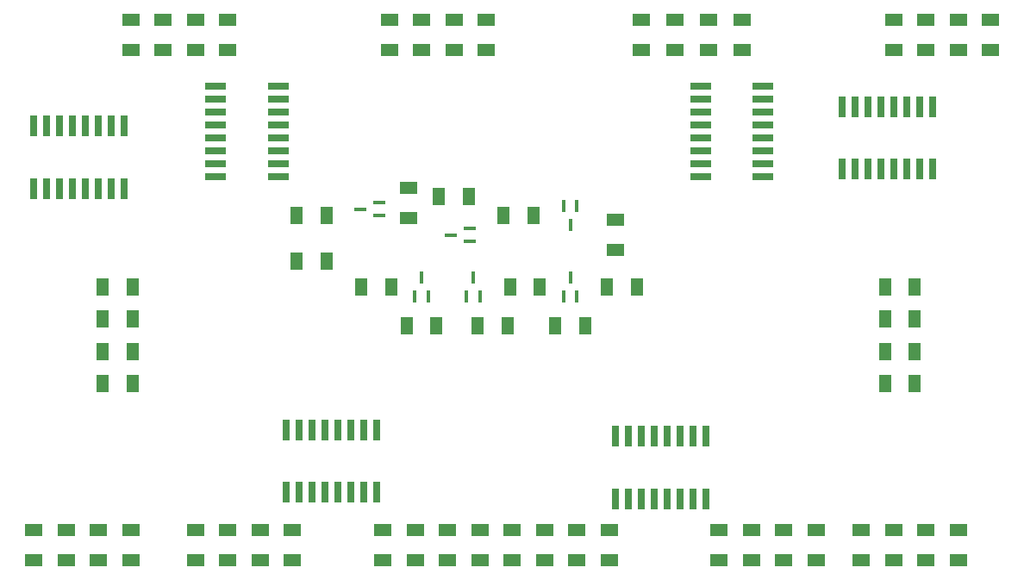
<source format=gbr>
G04 EAGLE Gerber RS-274X export*
G75*
%MOMM*%
%FSLAX34Y34*%
%LPD*%
%INSolderpaste Top*%
%IPPOS*%
%AMOC8*
5,1,8,0,0,1.08239X$1,22.5*%
G01*
%ADD10R,0.660400X2.032000*%
%ADD11R,2.032000X0.660400*%
%ADD12R,1.164600X1.815300*%
%ADD13R,1.815300X1.164600*%
%ADD14R,0.457200X1.168400*%
%ADD15R,1.168400X0.457200*%


D10*
X609600Y153416D03*
X609600Y214884D03*
X622300Y153416D03*
X635000Y153416D03*
X622300Y214884D03*
X635000Y214884D03*
X647700Y153416D03*
X647700Y214884D03*
X660400Y153416D03*
X660400Y214884D03*
X673100Y153416D03*
X685800Y153416D03*
X673100Y214884D03*
X685800Y214884D03*
X698500Y153416D03*
X698500Y214884D03*
X285750Y159766D03*
X285750Y221234D03*
X298450Y159766D03*
X311150Y159766D03*
X298450Y221234D03*
X311150Y221234D03*
X323850Y159766D03*
X323850Y221234D03*
X336550Y159766D03*
X336550Y221234D03*
X349250Y159766D03*
X361950Y159766D03*
X349250Y221234D03*
X361950Y221234D03*
X374650Y159766D03*
X374650Y221234D03*
X920750Y538734D03*
X920750Y477266D03*
X908050Y538734D03*
X895350Y538734D03*
X908050Y477266D03*
X895350Y477266D03*
X882650Y538734D03*
X882650Y477266D03*
X869950Y538734D03*
X869950Y477266D03*
X857250Y538734D03*
X844550Y538734D03*
X857250Y477266D03*
X844550Y477266D03*
X831850Y538734D03*
X831850Y477266D03*
D11*
X693166Y558800D03*
X754634Y558800D03*
X693166Y546100D03*
X693166Y533400D03*
X754634Y546100D03*
X754634Y533400D03*
X693166Y520700D03*
X754634Y520700D03*
X693166Y508000D03*
X754634Y508000D03*
X693166Y495300D03*
X693166Y482600D03*
X754634Y495300D03*
X754634Y482600D03*
X693166Y469900D03*
X754634Y469900D03*
X278384Y469900D03*
X216916Y469900D03*
X278384Y482600D03*
X278384Y495300D03*
X216916Y482600D03*
X216916Y495300D03*
X278384Y508000D03*
X216916Y508000D03*
X278384Y520700D03*
X216916Y520700D03*
X278384Y533400D03*
X278384Y546100D03*
X216916Y533400D03*
X216916Y546100D03*
X278384Y558800D03*
X216916Y558800D03*
D12*
X903754Y361950D03*
X874246Y361950D03*
X903754Y330200D03*
X874246Y330200D03*
X903754Y298450D03*
X874246Y298450D03*
X903754Y266700D03*
X874246Y266700D03*
D13*
X946150Y93196D03*
X946150Y122704D03*
X914400Y93196D03*
X914400Y122704D03*
X882650Y93196D03*
X882650Y122704D03*
X850900Y93196D03*
X850900Y122704D03*
X806450Y93196D03*
X806450Y122704D03*
X774700Y93196D03*
X774700Y122704D03*
X742950Y93196D03*
X742950Y122704D03*
X711200Y93196D03*
X711200Y122704D03*
X603250Y93196D03*
X603250Y122704D03*
X571500Y93196D03*
X571500Y122704D03*
X539750Y93196D03*
X539750Y122704D03*
X508000Y93196D03*
X508000Y122704D03*
X476250Y93196D03*
X476250Y122704D03*
X444500Y93196D03*
X444500Y122704D03*
X412750Y93196D03*
X412750Y122704D03*
X381000Y93196D03*
X381000Y122704D03*
X292100Y93196D03*
X292100Y122704D03*
X260350Y93196D03*
X260350Y122704D03*
X228600Y93196D03*
X228600Y122704D03*
X196850Y93196D03*
X196850Y122704D03*
X977900Y594846D03*
X977900Y624354D03*
X946150Y594846D03*
X946150Y624354D03*
X914400Y594846D03*
X914400Y624354D03*
X882650Y594846D03*
X882650Y624354D03*
X734060Y594846D03*
X734060Y624354D03*
X701040Y594846D03*
X701040Y624354D03*
X668020Y594846D03*
X668020Y624354D03*
X635000Y594846D03*
X635000Y624354D03*
X482600Y594846D03*
X482600Y624354D03*
X450850Y594846D03*
X450850Y624354D03*
X419100Y594846D03*
X419100Y624354D03*
X387350Y594846D03*
X387350Y624354D03*
D10*
X127000Y519684D03*
X127000Y458216D03*
X114300Y519684D03*
X101600Y519684D03*
X114300Y458216D03*
X101600Y458216D03*
X88900Y519684D03*
X88900Y458216D03*
X76200Y519684D03*
X76200Y458216D03*
X63500Y519684D03*
X50800Y519684D03*
X63500Y458216D03*
X50800Y458216D03*
X38100Y519684D03*
X38100Y458216D03*
D13*
X228600Y594846D03*
X228600Y624354D03*
X196850Y594846D03*
X196850Y624354D03*
X165100Y594846D03*
X165100Y624354D03*
X133350Y594846D03*
X133350Y624354D03*
X133350Y93196D03*
X133350Y122704D03*
X101600Y93196D03*
X101600Y122704D03*
X69850Y93196D03*
X69850Y122704D03*
X38100Y93196D03*
X38100Y122704D03*
D12*
X105896Y266700D03*
X135404Y266700D03*
X105896Y298450D03*
X135404Y298450D03*
X105896Y330200D03*
X135404Y330200D03*
X105896Y361950D03*
X135404Y361950D03*
X601196Y361950D03*
X630704Y361950D03*
X550396Y323850D03*
X579904Y323850D03*
D14*
X558546Y352552D03*
X571754Y352552D03*
X565150Y371348D03*
X463296Y352552D03*
X476504Y352552D03*
X469900Y371348D03*
X412496Y352552D03*
X425704Y352552D03*
X419100Y371348D03*
D12*
X505946Y361950D03*
X535454Y361950D03*
X503704Y323850D03*
X474196Y323850D03*
X389404Y361950D03*
X359896Y361950D03*
X433854Y323850D03*
X404346Y323850D03*
D14*
X571754Y441198D03*
X558546Y441198D03*
X565150Y422402D03*
D15*
X466598Y406146D03*
X466598Y419354D03*
X447802Y412750D03*
X377698Y431546D03*
X377698Y444754D03*
X358902Y438150D03*
D12*
X529104Y431800D03*
X499596Y431800D03*
D13*
X609600Y427504D03*
X609600Y397996D03*
D12*
X465604Y450850D03*
X436096Y450850D03*
X325904Y387350D03*
X296396Y387350D03*
D13*
X406400Y459254D03*
X406400Y429746D03*
D12*
X325904Y431800D03*
X296396Y431800D03*
M02*

</source>
